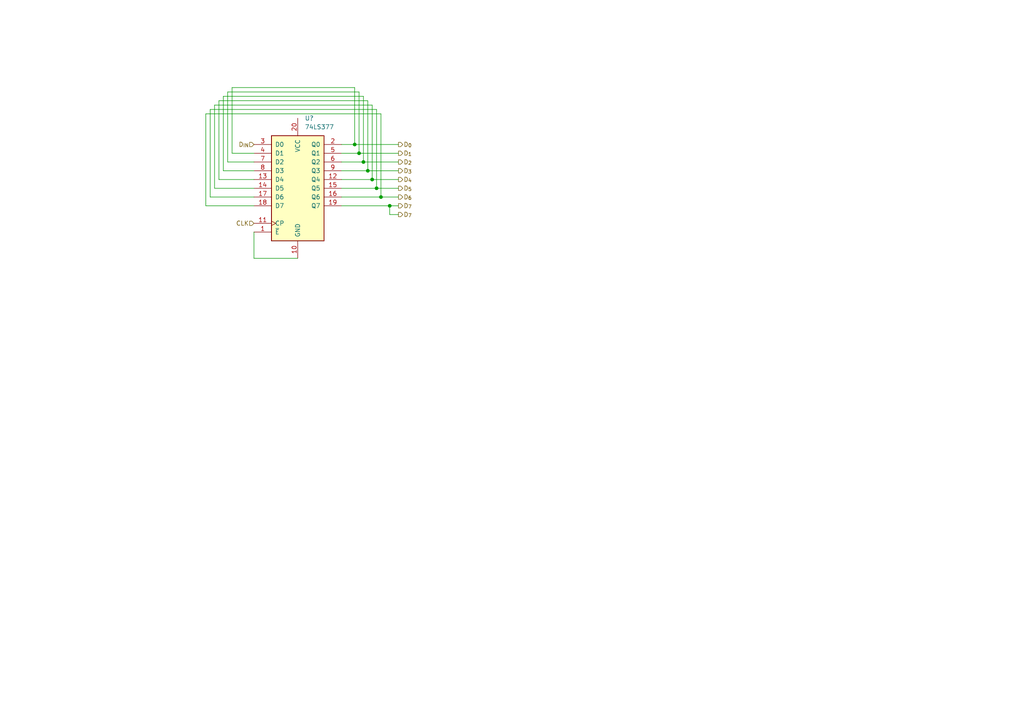
<source format=kicad_sch>
(kicad_sch (version 20211123) (generator eeschema)
  (paper "A4")
  (lib_symbols
    (symbol "74xx:74LS377" (pin_names (offset 1.016))
      (property "Reference" "U" (at -7.62 16.51 0))
      (property "Value" "74LS377" (at -7.62 -16.51 0))
      (symbol "74LS377_1_0"
        (pin input line (at -12.7 -12.7 0) (length 5.08) (name "~{E}") (number "1"))
        (pin power_in line (at 0 -20.32 90) (length 5.08) (name "GND") (number "10"))
        (pin input clock (at -12.7 -10.16 0) (length 5.08) (name "CP") (number "11"))
        (pin output line (at 12.7 2.54 180) (length 5.08) (name "Q4") (number "12"))
        (pin input line (at -12.7 2.54 0) (length 5.08) (name "D4") (number "13"))
        (pin input line (at -12.7 0 0) (length 5.08) (name "D5") (number "14"))
        (pin output line (at 12.7 0 180) (length 5.08) (name "Q5") (number "15"))
        (pin output line (at 12.7 -2.54 180) (length 5.08) (name "Q6") (number "16"))
        (pin input line (at -12.7 -2.54 0) (length 5.08) (name "D6") (number "17"))
        (pin input line (at -12.7 -5.08 0) (length 5.08) (name "D7") (number "18"))
        (pin output line (at 12.7 -5.08 180) (length 5.08) (name "Q7") (number "19"))
        (pin output line (at 12.7 12.7 180) (length 5.08) (name "Q0") (number "2"))
        (pin power_in line (at 0 20.32 270) (length 5.08) (name "VCC") (number "20"))
        (pin input line (at -12.7 12.7 0) (length 5.08) (name "D0") (number "3"))
        (pin input line (at -12.7 10.16 0) (length 5.08) (name "D1") (number "4"))
        (pin output line (at 12.7 10.16 180) (length 5.08) (name "Q1") (number "5"))
        (pin output line (at 12.7 7.62 180) (length 5.08) (name "Q2") (number "6"))
        (pin input line (at -12.7 7.62 0) (length 5.08) (name "D2") (number "7"))
        (pin input line (at -12.7 5.08 0) (length 5.08) (name "D3") (number "8"))
        (pin output line (at 12.7 5.08 180) (length 5.08) (name "Q3") (number "9"))
      )
      (symbol "74LS377_1_1"
        (rectangle (start -7.62 15.24) (end 7.62 -15.24) (stroke (width 0.254)) (fill (type background)))
      )
    )
  )
  (junction (at 109.22 54.61))
  (junction (at 113.03 59.69))
  (junction (at 106.68 49.53))
  (junction (at 110.49 57.15))
  (junction (at 105.41 46.99))
  (junction (at 104.14 44.45))
  (junction (at 107.95 52.07))
  (junction (at 102.87 41.91))
  (wire (pts (xy 60.96 57.15) (xy 73.66 57.15)))
  (wire (pts (xy 106.68 49.53) (xy 106.68 29.21)))
  (wire (pts (xy 73.66 67.31) (xy 73.66 74.93)))
  (wire (pts (xy 67.31 44.45) (xy 73.66 44.45)))
  (wire (pts (xy 99.06 49.53) (xy 106.68 49.53)))
  (wire (pts (xy 63.5 29.21) (xy 63.5 52.07)))
  (wire (pts (xy 107.95 30.48) (xy 62.23 30.48)))
  (wire (pts (xy 115.57 62.23) (xy 113.03 62.23)))
  (wire (pts (xy 104.14 26.67) (xy 66.04 26.67)))
  (wire (pts (xy 107.95 52.07) (xy 107.95 30.48)))
  (wire (pts (xy 59.69 59.69) (xy 73.66 59.69)))
  (wire (pts (xy 110.49 57.15) (xy 110.49 33.02)))
  (wire (pts (xy 106.68 29.21) (xy 63.5 29.21)))
  (wire (pts (xy 102.87 41.91) (xy 115.57 41.91)))
  (wire (pts (xy 62.23 54.61) (xy 73.66 54.61)))
  (wire (pts (xy 73.66 74.93) (xy 86.36 74.93)))
  (wire (pts (xy 110.49 57.15) (xy 115.57 57.15)))
  (wire (pts (xy 110.49 33.02) (xy 59.69 33.02)))
  (wire (pts (xy 99.06 54.61) (xy 109.22 54.61)))
  (wire (pts (xy 109.22 54.61) (xy 115.57 54.61)))
  (wire (pts (xy 64.77 27.94) (xy 64.77 49.53)))
  (wire (pts (xy 63.5 52.07) (xy 73.66 52.07)))
  (wire (pts (xy 102.87 41.91) (xy 102.87 25.4)))
  (wire (pts (xy 66.04 26.67) (xy 66.04 46.99)))
  (wire (pts (xy 99.06 57.15) (xy 110.49 57.15)))
  (wire (pts (xy 99.06 46.99) (xy 105.41 46.99)))
  (wire (pts (xy 62.23 30.48) (xy 62.23 54.61)))
  (wire (pts (xy 60.96 31.75) (xy 60.96 57.15)))
  (wire (pts (xy 105.41 46.99) (xy 105.41 27.94)))
  (wire (pts (xy 105.41 27.94) (xy 64.77 27.94)))
  (wire (pts (xy 67.31 25.4) (xy 67.31 44.45)))
  (wire (pts (xy 64.77 49.53) (xy 73.66 49.53)))
  (wire (pts (xy 59.69 33.02) (xy 59.69 59.69)))
  (wire (pts (xy 102.87 25.4) (xy 67.31 25.4)))
  (wire (pts (xy 109.22 54.61) (xy 109.22 31.75)))
  (wire (pts (xy 106.68 49.53) (xy 115.57 49.53)))
  (wire (pts (xy 66.04 46.99) (xy 73.66 46.99)))
  (wire (pts (xy 99.06 52.07) (xy 107.95 52.07)))
  (wire (pts (xy 99.06 44.45) (xy 104.14 44.45)))
  (wire (pts (xy 109.22 31.75) (xy 60.96 31.75)))
  (wire (pts (xy 115.57 59.69) (xy 113.03 59.69)))
  (wire (pts (xy 104.14 44.45) (xy 115.57 44.45)))
  (wire (pts (xy 113.03 62.23) (xy 113.03 59.69)))
  (wire (pts (xy 107.95 52.07) (xy 115.57 52.07)))
  (wire (pts (xy 113.03 59.69) (xy 99.06 59.69)))
  (wire (pts (xy 99.06 41.91) (xy 102.87 41.91)))
  (wire (pts (xy 105.41 46.99) (xy 115.57 46.99)))
  (wire (pts (xy 104.14 44.45) (xy 104.14 26.67)))
  (hierarchical_label "D_{6}" (shape output) (at 115.57 57.15 0))
  (hierarchical_label "CLK" (shape input) (at 73.66 64.77 180))
  (hierarchical_label "D_{4}" (shape output) (at 115.57 52.07 0))
  (hierarchical_label "D_{7}" (shape output) (at 115.57 62.23 0))
  (hierarchical_label "D_{IN}" (shape input) (at 73.66 41.91 180))
  (hierarchical_label "D_{5}" (shape output) (at 115.57 54.61 0))
  (hierarchical_label "D_{7}" (shape output) (at 115.57 59.69 0))
  (hierarchical_label "D_{1}" (shape output) (at 115.57 44.45 0))
  (hierarchical_label "D_{0}" (shape output) (at 115.57 41.91 0))
  (hierarchical_label "D_{3}" (shape output) (at 115.57 49.53 0))
  (hierarchical_label "D_{2}" (shape output) (at 115.57 46.99 0))
  (symbol (lib_id "74xx:74LS377") (at 86.36 54.61 0) (unit 1)
    (property "Reference" "U?" (at 88.3794 34.29 0) (effects (justify left)))
    (property "Value" "74LS377" (at 88.3794 36.83 0) (effects (justify left)))
    (property "Datasheet" "http://www.ti.com/lit/gpn/sn74LS377" (effects hide))
  )
)
</source>
